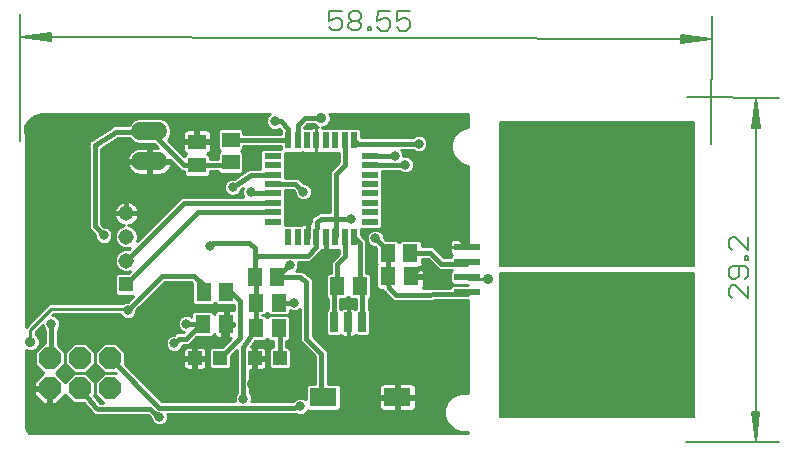
<source format=gtl>
G75*
%MOIN*%
%OFA0B0*%
%FSLAX24Y24*%
%IPPOS*%
%LPD*%
%AMOC8*
5,1,8,0,0,1.08239X$1,22.5*
%
%ADD10C,0.0050*%
%ADD11C,0.0051*%
%ADD12C,0.0060*%
%ADD13R,0.0512X0.0591*%
%ADD14R,0.0512X0.0630*%
%ADD15R,0.0630X0.0512*%
%ADD16R,0.0472X0.0472*%
%ADD17OC8,0.0740*%
%ADD18R,0.0591X0.0512*%
%ADD19R,0.0515X0.0515*%
%ADD20C,0.0515*%
%ADD21R,0.0276X0.0669*%
%ADD22C,0.3543*%
%ADD23R,0.0906X0.0630*%
%ADD24R,0.0870X0.0240*%
%ADD25C,0.0600*%
%ADD26R,0.0200X0.0580*%
%ADD27R,0.0580X0.0200*%
%ADD28C,0.0100*%
%ADD29C,0.0160*%
%ADD30C,0.0317*%
%ADD31C,0.0356*%
%ADD32C,0.0120*%
%ADD33C,0.0277*%
D10*
X019910Y000968D02*
X019910Y005771D01*
X026384Y005771D01*
X026384Y000968D01*
X019910Y000968D01*
X019910Y001002D02*
X026384Y001002D01*
X026384Y001051D02*
X019910Y001051D01*
X019910Y001099D02*
X026384Y001099D01*
X026384Y001148D02*
X019910Y001148D01*
X019910Y001196D02*
X026384Y001196D01*
X026384Y001245D02*
X019910Y001245D01*
X019910Y001293D02*
X026384Y001293D01*
X026384Y001342D02*
X019910Y001342D01*
X019910Y001390D02*
X026384Y001390D01*
X026384Y001439D02*
X019910Y001439D01*
X019910Y001487D02*
X026384Y001487D01*
X026384Y001536D02*
X019910Y001536D01*
X019910Y001584D02*
X026384Y001584D01*
X026384Y001633D02*
X019910Y001633D01*
X019910Y001681D02*
X026384Y001681D01*
X026384Y001730D02*
X019910Y001730D01*
X019910Y001778D02*
X026384Y001778D01*
X026384Y001827D02*
X019910Y001827D01*
X019910Y001875D02*
X026384Y001875D01*
X026384Y001924D02*
X019910Y001924D01*
X019910Y001972D02*
X026384Y001972D01*
X026384Y002021D02*
X019910Y002021D01*
X019910Y002069D02*
X026384Y002069D01*
X026384Y002118D02*
X019910Y002118D01*
X019910Y002166D02*
X026384Y002166D01*
X026384Y002215D02*
X019910Y002215D01*
X019910Y002263D02*
X026384Y002263D01*
X026384Y002312D02*
X019910Y002312D01*
X019910Y002360D02*
X026384Y002360D01*
X026384Y002409D02*
X019910Y002409D01*
X019910Y002457D02*
X026384Y002457D01*
X026384Y002506D02*
X019910Y002506D01*
X019910Y002554D02*
X026384Y002554D01*
X026384Y002603D02*
X019910Y002603D01*
X019910Y002651D02*
X026384Y002651D01*
X026384Y002700D02*
X019910Y002700D01*
X019910Y002748D02*
X026384Y002748D01*
X026384Y002797D02*
X019910Y002797D01*
X019910Y002845D02*
X026384Y002845D01*
X026384Y002894D02*
X019910Y002894D01*
X019910Y002942D02*
X026384Y002942D01*
X026384Y002991D02*
X019910Y002991D01*
X019910Y003039D02*
X026384Y003039D01*
X026384Y003088D02*
X019910Y003088D01*
X019910Y003136D02*
X026384Y003136D01*
X026384Y003185D02*
X019910Y003185D01*
X019910Y003233D02*
X026384Y003233D01*
X026384Y003282D02*
X019910Y003282D01*
X019910Y003330D02*
X026384Y003330D01*
X026384Y003379D02*
X019910Y003379D01*
X019910Y003427D02*
X026384Y003427D01*
X026384Y003476D02*
X019910Y003476D01*
X019910Y003524D02*
X026384Y003524D01*
X026384Y003573D02*
X019910Y003573D01*
X019910Y003621D02*
X026384Y003621D01*
X026384Y003670D02*
X019910Y003670D01*
X019910Y003718D02*
X026384Y003718D01*
X026384Y003767D02*
X019910Y003767D01*
X019910Y003815D02*
X026384Y003815D01*
X026384Y003864D02*
X019910Y003864D01*
X019910Y003912D02*
X026384Y003912D01*
X026384Y003961D02*
X019910Y003961D01*
X019910Y004009D02*
X026384Y004009D01*
X026384Y004058D02*
X019910Y004058D01*
X019910Y004106D02*
X026384Y004106D01*
X026384Y004155D02*
X019910Y004155D01*
X019910Y004203D02*
X026384Y004203D01*
X026384Y004252D02*
X019910Y004252D01*
X019910Y004300D02*
X026384Y004300D01*
X026384Y004349D02*
X019910Y004349D01*
X019910Y004397D02*
X026384Y004397D01*
X026384Y004446D02*
X019910Y004446D01*
X019910Y004494D02*
X026384Y004494D01*
X026384Y004543D02*
X019910Y004543D01*
X019910Y004591D02*
X026384Y004591D01*
X026384Y004640D02*
X019910Y004640D01*
X019910Y004688D02*
X026384Y004688D01*
X026384Y004737D02*
X019910Y004737D01*
X019910Y004785D02*
X026384Y004785D01*
X026384Y004834D02*
X019910Y004834D01*
X019910Y004882D02*
X026384Y004882D01*
X026384Y004931D02*
X019910Y004931D01*
X019910Y004979D02*
X026384Y004979D01*
X026384Y005028D02*
X019910Y005028D01*
X019910Y005076D02*
X026384Y005076D01*
X026384Y005125D02*
X019910Y005125D01*
X019910Y005173D02*
X026384Y005173D01*
X026384Y005222D02*
X019910Y005222D01*
X019910Y005270D02*
X026384Y005270D01*
X026384Y005319D02*
X019910Y005319D01*
X019910Y005367D02*
X026384Y005367D01*
X026384Y005416D02*
X019910Y005416D01*
X019910Y005464D02*
X026384Y005464D01*
X026384Y005513D02*
X019910Y005513D01*
X019910Y005561D02*
X026384Y005561D01*
X026384Y005610D02*
X019910Y005610D01*
X019910Y005658D02*
X026384Y005658D01*
X026384Y005707D02*
X019910Y005707D01*
X019910Y005755D02*
X026384Y005755D01*
X026384Y006008D02*
X019910Y006008D01*
X019910Y010811D01*
X026384Y010811D01*
X026384Y006008D01*
X026384Y006046D02*
X019910Y006046D01*
X019910Y006095D02*
X026384Y006095D01*
X026384Y006143D02*
X019910Y006143D01*
X019910Y006192D02*
X026384Y006192D01*
X026384Y006240D02*
X019910Y006240D01*
X019910Y006289D02*
X026384Y006289D01*
X026384Y006337D02*
X019910Y006337D01*
X019910Y006386D02*
X026384Y006386D01*
X026384Y006434D02*
X019910Y006434D01*
X019910Y006483D02*
X026384Y006483D01*
X026384Y006531D02*
X019910Y006531D01*
X019910Y006580D02*
X026384Y006580D01*
X026384Y006628D02*
X019910Y006628D01*
X019910Y006677D02*
X026384Y006677D01*
X026384Y006725D02*
X019910Y006725D01*
X019910Y006774D02*
X026384Y006774D01*
X026384Y006822D02*
X019910Y006822D01*
X019910Y006871D02*
X026384Y006871D01*
X026384Y006919D02*
X019910Y006919D01*
X019910Y006968D02*
X026384Y006968D01*
X026384Y007016D02*
X019910Y007016D01*
X019910Y007065D02*
X026384Y007065D01*
X026384Y007113D02*
X019910Y007113D01*
X019910Y007162D02*
X026384Y007162D01*
X026384Y007210D02*
X019910Y007210D01*
X019910Y007259D02*
X026384Y007259D01*
X026384Y007307D02*
X019910Y007307D01*
X019910Y007356D02*
X026384Y007356D01*
X026384Y007404D02*
X019910Y007404D01*
X019910Y007453D02*
X026384Y007453D01*
X026384Y007501D02*
X019910Y007501D01*
X019910Y007550D02*
X026384Y007550D01*
X026384Y007598D02*
X019910Y007598D01*
X019910Y007647D02*
X026384Y007647D01*
X026384Y007695D02*
X019910Y007695D01*
X019910Y007744D02*
X026384Y007744D01*
X026384Y007792D02*
X019910Y007792D01*
X019910Y007841D02*
X026384Y007841D01*
X026384Y007889D02*
X019910Y007889D01*
X019910Y007938D02*
X026384Y007938D01*
X026384Y007986D02*
X019910Y007986D01*
X019910Y008035D02*
X026384Y008035D01*
X026384Y008083D02*
X019910Y008083D01*
X019910Y008132D02*
X026384Y008132D01*
X026384Y008180D02*
X019910Y008180D01*
X019910Y008229D02*
X026384Y008229D01*
X026384Y008277D02*
X019910Y008277D01*
X019910Y008326D02*
X026384Y008326D01*
X026384Y008374D02*
X019910Y008374D01*
X019910Y008423D02*
X026384Y008423D01*
X026384Y008471D02*
X019910Y008471D01*
X019910Y008520D02*
X026384Y008520D01*
X026384Y008568D02*
X019910Y008568D01*
X019910Y008617D02*
X026384Y008617D01*
X026384Y008665D02*
X019910Y008665D01*
X019910Y008714D02*
X026384Y008714D01*
X026384Y008762D02*
X019910Y008762D01*
X019910Y008811D02*
X026384Y008811D01*
X026384Y008859D02*
X019910Y008859D01*
X019910Y008908D02*
X026384Y008908D01*
X026384Y008956D02*
X019910Y008956D01*
X019910Y009005D02*
X026384Y009005D01*
X026384Y009053D02*
X019910Y009053D01*
X019910Y009102D02*
X026384Y009102D01*
X026384Y009150D02*
X019910Y009150D01*
X019910Y009199D02*
X026384Y009199D01*
X026384Y009247D02*
X019910Y009247D01*
X019910Y009296D02*
X026384Y009296D01*
X026384Y009344D02*
X019910Y009344D01*
X019910Y009393D02*
X026384Y009393D01*
X026384Y009441D02*
X019910Y009441D01*
X019910Y009490D02*
X026384Y009490D01*
X026384Y009538D02*
X019910Y009538D01*
X019910Y009587D02*
X026384Y009587D01*
X026384Y009635D02*
X019910Y009635D01*
X019910Y009684D02*
X026384Y009684D01*
X026384Y009732D02*
X019910Y009732D01*
X019910Y009781D02*
X026384Y009781D01*
X026384Y009829D02*
X019910Y009829D01*
X019910Y009878D02*
X026384Y009878D01*
X026384Y009926D02*
X019910Y009926D01*
X019910Y009975D02*
X026384Y009975D01*
X026384Y010023D02*
X019910Y010023D01*
X019910Y010072D02*
X026384Y010072D01*
X026384Y010120D02*
X019910Y010120D01*
X019910Y010169D02*
X026384Y010169D01*
X026384Y010217D02*
X019910Y010217D01*
X019910Y010266D02*
X026384Y010266D01*
X026384Y010314D02*
X019910Y010314D01*
X019910Y010363D02*
X026384Y010363D01*
X026384Y010411D02*
X019910Y010411D01*
X019910Y010460D02*
X026384Y010460D01*
X026384Y010508D02*
X019910Y010508D01*
X019910Y010557D02*
X026384Y010557D01*
X026384Y010605D02*
X019910Y010605D01*
X019910Y010654D02*
X026384Y010654D01*
X026384Y010702D02*
X019910Y010702D01*
X019910Y010751D02*
X026384Y010751D01*
X026384Y010799D02*
X019910Y010799D01*
D11*
X025955Y013442D02*
X026954Y013565D01*
X025955Y013466D01*
X025955Y013442D02*
X025956Y013694D01*
X026954Y013565D01*
X025956Y013670D01*
X025956Y013619D02*
X026954Y013565D01*
X025955Y013517D01*
X026954Y013565D02*
X003955Y013639D01*
X004952Y013533D01*
X004952Y013510D02*
X003955Y013639D01*
X004953Y013738D01*
X004953Y013761D02*
X004952Y013510D01*
X004953Y013584D02*
X003955Y013639D01*
X004953Y013687D01*
X004953Y013761D02*
X003955Y013639D01*
X003932Y014407D02*
X003918Y010157D01*
X026122Y000133D02*
X029211Y000126D01*
X028443Y000153D02*
X028548Y001151D01*
X028571Y001151D02*
X028443Y000153D01*
X028343Y001151D01*
X028320Y001151D02*
X028571Y001151D01*
X028497Y001151D02*
X028443Y000153D01*
X028394Y001151D01*
X028320Y001151D02*
X028443Y000153D01*
X028469Y011598D01*
X028569Y010600D01*
X028593Y010599D02*
X028469Y011598D01*
X028364Y010600D01*
X028341Y010600D02*
X028593Y010599D01*
X028518Y010600D02*
X028469Y011598D01*
X028416Y010600D01*
X028341Y010600D02*
X028469Y011598D01*
X029237Y011622D02*
X026148Y011629D01*
X026968Y010083D02*
X026982Y014333D01*
D12*
X016914Y014493D02*
X016487Y014495D01*
X016486Y014174D01*
X016700Y014280D01*
X016806Y014280D01*
X016913Y014173D01*
X016912Y013959D01*
X016805Y013853D01*
X016591Y013854D01*
X016485Y013961D01*
X016267Y013962D02*
X016160Y013855D01*
X015947Y013856D01*
X015840Y013963D01*
X015841Y014177D02*
X016055Y014283D01*
X016162Y014282D01*
X016268Y014175D01*
X016267Y013962D01*
X015841Y014177D02*
X015842Y014497D01*
X016269Y014495D01*
X015625Y013964D02*
X015518Y013964D01*
X015518Y013857D01*
X015624Y013857D01*
X015625Y013964D01*
X015301Y013965D02*
X015193Y013859D01*
X014980Y013859D01*
X014874Y013966D01*
X014874Y014073D01*
X014981Y014180D01*
X015195Y014179D01*
X015301Y014072D01*
X015301Y013965D01*
X015195Y014179D02*
X015302Y014285D01*
X015302Y014392D01*
X015196Y014499D01*
X014982Y014500D01*
X014875Y014393D01*
X014875Y014287D01*
X014981Y014180D01*
X014657Y014181D02*
X014656Y013967D01*
X014549Y013861D01*
X014335Y013862D01*
X014229Y013969D01*
X014230Y014182D02*
X014444Y014288D01*
X014550Y014288D01*
X014657Y014181D01*
X014230Y014182D02*
X014231Y014503D01*
X014658Y014501D01*
X027561Y006862D02*
X027560Y006648D01*
X027667Y006541D01*
X028094Y006325D02*
X028200Y006325D01*
X028200Y006218D01*
X028093Y006218D01*
X028094Y006325D01*
X028201Y006540D02*
X027774Y006968D01*
X027668Y006968D01*
X027561Y006862D01*
X028201Y006967D02*
X028201Y006540D01*
X028093Y006001D02*
X027666Y006001D01*
X027559Y005895D01*
X027559Y005681D01*
X027665Y005574D01*
X027772Y005574D01*
X027879Y005681D01*
X027880Y006001D01*
X028093Y006001D02*
X028200Y005894D01*
X028199Y005680D01*
X028092Y005574D01*
X028199Y005356D02*
X028198Y004929D01*
X027772Y005357D01*
X027665Y005357D01*
X027558Y005250D01*
X027558Y005037D01*
X027664Y004930D01*
D13*
X016929Y006453D03*
X016181Y006453D03*
X015242Y005333D03*
X014494Y005333D03*
X012492Y005633D03*
X011744Y005633D03*
X010792Y005133D03*
X010044Y005133D03*
X011794Y004783D03*
X012542Y004783D03*
X012542Y003933D03*
X011794Y003933D03*
D14*
X010808Y004070D03*
X010020Y004070D03*
X016184Y005665D03*
X016972Y005665D03*
D15*
X009821Y009368D03*
X009821Y010155D03*
D16*
X009755Y002933D03*
X010581Y002933D03*
X011755Y002933D03*
X012581Y002933D03*
D17*
X006918Y002933D03*
X005918Y002933D03*
X004918Y002933D03*
X004918Y001933D03*
X005918Y001933D03*
X006918Y001933D03*
D18*
X010949Y009459D03*
X010949Y010207D03*
D19*
X007468Y005401D03*
D20*
X007468Y006189D03*
X007468Y006976D03*
X007468Y007764D03*
D21*
X014395Y004133D03*
X014868Y004133D03*
X015340Y004133D03*
D22*
X022866Y002937D03*
X022866Y008842D03*
D23*
X016508Y001633D03*
X014028Y001633D03*
D24*
X018832Y005136D03*
X018832Y005636D03*
X018832Y006136D03*
X018832Y006636D03*
X020892Y006636D03*
X020892Y006136D03*
X020892Y005636D03*
X020892Y005136D03*
D25*
X008539Y009499D02*
X007939Y009499D01*
X007939Y010499D02*
X008539Y010499D01*
D26*
X012868Y010203D03*
X013178Y010203D03*
X013498Y010203D03*
X013808Y010203D03*
X014128Y010203D03*
X014438Y010203D03*
X014758Y010203D03*
X015068Y010203D03*
X015068Y006963D03*
X014758Y006963D03*
X014438Y006963D03*
X014128Y006963D03*
X013808Y006963D03*
X013498Y006963D03*
X013178Y006963D03*
X012868Y006963D03*
D27*
X012348Y007483D03*
X012348Y007793D03*
X012348Y008113D03*
X012348Y008423D03*
X012348Y008743D03*
X012348Y009053D03*
X012348Y009373D03*
X012348Y009683D03*
X015588Y009683D03*
X015588Y009373D03*
X015588Y009053D03*
X015588Y008743D03*
X015588Y008423D03*
X015588Y008113D03*
X015588Y007793D03*
X015588Y007483D03*
D28*
X004118Y003213D02*
X004118Y000624D01*
X004149Y000543D01*
X004235Y000433D01*
X018858Y000433D01*
X018858Y000487D01*
X018847Y000483D01*
X018589Y000483D01*
X018350Y000581D01*
X018167Y000764D01*
X018068Y001003D01*
X018068Y001262D01*
X018167Y001501D01*
X018350Y001684D01*
X018589Y001783D01*
X018847Y001783D01*
X018858Y001778D01*
X018858Y004874D01*
X018834Y004874D01*
X016556Y004826D01*
X016554Y004824D01*
X016470Y004824D01*
X016386Y004822D01*
X016384Y004824D01*
X016381Y004824D01*
X016322Y004883D01*
X016261Y004942D01*
X016261Y004944D01*
X016080Y005125D01*
X016023Y005169D01*
X016021Y005185D01*
X016009Y005196D01*
X016009Y005221D01*
X015875Y005221D01*
X015800Y005297D01*
X015800Y006033D01*
X015833Y006067D01*
X015796Y006104D01*
X015796Y006609D01*
X015760Y006645D01*
X015711Y006645D01*
X015605Y006689D01*
X015524Y006770D01*
X015481Y006875D01*
X015481Y006990D01*
X015524Y007095D01*
X015605Y007176D01*
X015711Y007220D01*
X015825Y007220D01*
X015931Y007176D01*
X016011Y007095D01*
X016055Y006990D01*
X016055Y006941D01*
X016119Y006877D01*
X016490Y006877D01*
X016555Y006812D01*
X016619Y006877D01*
X017238Y006877D01*
X017313Y006801D01*
X017313Y006661D01*
X017684Y006661D01*
X018054Y006291D01*
X018268Y006291D01*
X018268Y006309D01*
X018336Y006377D01*
X018305Y006396D01*
X018277Y006424D01*
X018257Y006458D01*
X018247Y006496D01*
X018247Y006626D01*
X018822Y006626D01*
X018822Y006646D01*
X018822Y006906D01*
X018377Y006906D01*
X018339Y006895D01*
X018305Y006876D01*
X018277Y006848D01*
X018257Y006814D01*
X018247Y006775D01*
X018247Y006646D01*
X018822Y006646D01*
X018842Y006646D01*
X018842Y006906D01*
X018858Y006906D01*
X018858Y009349D01*
X018817Y009349D01*
X018578Y009448D01*
X018396Y009631D01*
X018297Y009870D01*
X018297Y010129D01*
X018396Y010368D01*
X018578Y010550D01*
X018817Y010649D01*
X018858Y010649D01*
X018858Y011083D01*
X014238Y011083D01*
X014275Y010994D01*
X014275Y010871D01*
X014228Y010759D01*
X014142Y010672D01*
X014029Y010626D01*
X013977Y010626D01*
X013985Y010621D01*
X014281Y010621D01*
X014283Y010620D01*
X014285Y010621D01*
X014591Y010621D01*
X014598Y010615D01*
X014605Y010621D01*
X014911Y010621D01*
X014913Y010620D01*
X014915Y010621D01*
X015221Y010621D01*
X015297Y010546D01*
X015297Y010291D01*
X017021Y010291D01*
X017055Y010326D01*
X017161Y010370D01*
X017275Y010370D01*
X017381Y010326D01*
X017461Y010245D01*
X017505Y010140D01*
X017505Y010025D01*
X017461Y009920D01*
X017381Y009839D01*
X017275Y009795D01*
X017161Y009795D01*
X017055Y009839D01*
X017021Y009874D01*
X016633Y009874D01*
X016661Y009845D01*
X016705Y009740D01*
X016705Y009667D01*
X016711Y009670D01*
X016825Y009670D01*
X016931Y009626D01*
X017011Y009545D01*
X017055Y009440D01*
X017055Y009325D01*
X017011Y009220D01*
X016931Y009139D01*
X016825Y009095D01*
X016711Y009095D01*
X016605Y009139D01*
X016571Y009174D01*
X016007Y009174D01*
X016007Y008899D01*
X016005Y008898D01*
X016007Y008896D01*
X016007Y008589D01*
X016000Y008583D01*
X016007Y008576D01*
X016007Y008269D01*
X016005Y008268D01*
X016007Y008266D01*
X016007Y007959D01*
X016000Y007953D01*
X016007Y007946D01*
X016007Y007639D01*
X016005Y007638D01*
X016007Y007636D01*
X016007Y007329D01*
X015931Y007254D01*
X015297Y007254D01*
X015297Y007029D01*
X015451Y006875D01*
X015451Y005757D01*
X015551Y005757D01*
X015627Y005681D01*
X015627Y004984D01*
X015551Y004909D01*
X015549Y004909D01*
X015549Y004578D01*
X015607Y004520D01*
X015607Y003745D01*
X015531Y003669D01*
X015149Y003669D01*
X015119Y003699D01*
X015098Y003678D01*
X015064Y003658D01*
X015025Y003648D01*
X014887Y003648D01*
X014887Y004114D01*
X014849Y004114D01*
X014849Y003648D01*
X014710Y003648D01*
X014672Y003658D01*
X014638Y003678D01*
X014617Y003699D01*
X014587Y003669D01*
X014204Y003669D01*
X014129Y003745D01*
X014129Y004520D01*
X014187Y004578D01*
X014187Y004909D01*
X014185Y004909D01*
X014109Y004984D01*
X014109Y005681D01*
X014185Y005757D01*
X014285Y005757D01*
X014285Y006145D01*
X014559Y006419D01*
X014559Y006544D01*
X014305Y006544D01*
X014286Y006533D01*
X014248Y006523D01*
X014128Y006523D01*
X014128Y006963D01*
X014128Y006963D01*
X014128Y006523D01*
X014008Y006523D01*
X014004Y006524D01*
X013604Y006124D01*
X013191Y006124D01*
X013205Y006090D01*
X013205Y005975D01*
X013161Y005870D01*
X013133Y005841D01*
X013253Y005841D01*
X013324Y005851D01*
X013337Y005841D01*
X013354Y005841D01*
X013405Y005791D01*
X013537Y005691D01*
X013554Y005691D01*
X013605Y005641D01*
X013662Y005598D01*
X013665Y005581D01*
X013677Y005569D01*
X013677Y005497D01*
X013687Y005426D01*
X013677Y005413D01*
X013677Y003669D01*
X014177Y003169D01*
X014177Y002076D01*
X014534Y002076D01*
X014609Y002001D01*
X014609Y001264D01*
X014534Y001189D01*
X013522Y001189D01*
X013520Y001191D01*
X013511Y001170D01*
X013431Y001089D01*
X013325Y001045D01*
X013211Y001045D01*
X013115Y001085D01*
X013104Y001074D01*
X013039Y001074D01*
X012974Y001061D01*
X012955Y001074D01*
X008841Y001074D01*
X008855Y001040D01*
X008855Y000925D01*
X008811Y000820D01*
X008731Y000739D01*
X008625Y000695D01*
X008511Y000695D01*
X008405Y000739D01*
X008324Y000820D01*
X008281Y000925D01*
X008281Y000950D01*
X008192Y001024D01*
X006431Y001024D01*
X006374Y001081D01*
X006364Y001082D01*
X006314Y001141D01*
X006259Y001196D01*
X006259Y001206D01*
X006066Y001434D01*
X005711Y001434D01*
X005433Y001712D01*
X005133Y001413D01*
X004968Y001413D01*
X004968Y001883D01*
X004868Y001883D01*
X004398Y001883D01*
X004398Y001717D01*
X004703Y001413D01*
X004868Y001413D01*
X004868Y001883D01*
X004868Y001983D01*
X004398Y001983D01*
X004398Y002148D01*
X004698Y002448D01*
X004419Y002726D01*
X004419Y003139D01*
X004711Y003431D01*
X004759Y003431D01*
X004759Y003885D01*
X004724Y003920D01*
X004681Y004025D01*
X004663Y004025D01*
X004681Y004025D02*
X004681Y004043D01*
X004447Y003808D01*
X004447Y003738D01*
X004528Y003656D01*
X004575Y003544D01*
X004575Y003421D01*
X004528Y003309D01*
X004442Y003222D01*
X004329Y003176D01*
X004207Y003176D01*
X004118Y003213D01*
X004118Y003138D02*
X004419Y003138D01*
X004419Y003040D02*
X004118Y003040D01*
X004118Y002941D02*
X004419Y002941D01*
X004419Y002843D02*
X004118Y002843D01*
X004118Y002744D02*
X004419Y002744D01*
X004500Y002646D02*
X004118Y002646D01*
X004118Y002547D02*
X004598Y002547D01*
X004697Y002449D02*
X004118Y002449D01*
X004118Y002350D02*
X004600Y002350D01*
X004502Y002252D02*
X004118Y002252D01*
X004118Y002153D02*
X004403Y002153D01*
X004398Y002055D02*
X004118Y002055D01*
X004118Y001956D02*
X004868Y001956D01*
X004868Y001858D02*
X004968Y001858D01*
X004968Y001759D02*
X004868Y001759D01*
X004868Y001661D02*
X004968Y001661D01*
X004968Y001562D02*
X004868Y001562D01*
X004868Y001464D02*
X004968Y001464D01*
X005184Y001464D02*
X005682Y001464D01*
X005583Y001562D02*
X005283Y001562D01*
X005381Y001661D02*
X005485Y001661D01*
X006125Y001365D02*
X004118Y001365D01*
X004118Y001267D02*
X006208Y001267D01*
X006287Y001168D02*
X004118Y001168D01*
X004118Y001070D02*
X006386Y001070D01*
X006607Y001441D02*
X006389Y001699D01*
X006417Y001726D01*
X006417Y002139D01*
X006124Y002431D01*
X005711Y002431D01*
X005433Y002153D01*
X005433Y002153D01*
X005138Y002448D01*
X005417Y002726D01*
X005417Y003139D01*
X005177Y003379D01*
X005177Y003885D01*
X005211Y003920D01*
X005255Y004025D01*
X005255Y004140D01*
X005211Y004245D01*
X005131Y004326D01*
X005025Y004370D01*
X005008Y004370D01*
X005042Y004404D01*
X007260Y004404D01*
X007274Y004370D01*
X007355Y004289D01*
X007461Y004245D01*
X007575Y004245D01*
X007681Y004289D01*
X007761Y004370D01*
X007805Y004475D01*
X007805Y004524D01*
X008754Y005474D01*
X009631Y005474D01*
X009659Y005446D01*
X009659Y004784D01*
X009735Y004709D01*
X010353Y004709D01*
X010418Y004773D01*
X010483Y004709D01*
X011059Y004709D01*
X011059Y004535D01*
X010858Y004535D01*
X010858Y004120D01*
X011059Y004120D01*
X011059Y004020D01*
X010858Y004020D01*
X010858Y004120D01*
X010758Y004120D01*
X010758Y004535D01*
X010532Y004535D01*
X010494Y004525D01*
X010460Y004505D01*
X010432Y004477D01*
X010412Y004443D01*
X010405Y004416D01*
X010405Y004438D01*
X010330Y004514D01*
X009711Y004514D01*
X009636Y004438D01*
X009636Y004321D01*
X009631Y004326D01*
X009525Y004370D01*
X009411Y004370D01*
X009305Y004326D01*
X009224Y004245D01*
X009181Y004140D01*
X009181Y004025D01*
X005255Y004025D01*
X005255Y004123D02*
X009181Y004123D01*
X009181Y004025D02*
X009224Y003920D01*
X009305Y003839D01*
X009393Y003803D01*
X009381Y003791D01*
X009131Y003791D01*
X009060Y003720D01*
X009011Y003720D01*
X008905Y003676D01*
X008824Y003595D01*
X008781Y003490D01*
X008781Y003375D01*
X008824Y003270D01*
X008905Y003189D01*
X009011Y003145D01*
X009125Y003145D01*
X009231Y003189D01*
X009311Y003270D01*
X009354Y003374D01*
X009554Y003374D01*
X009807Y003626D01*
X010330Y003626D01*
X010405Y003702D01*
X010405Y003723D01*
X010412Y003697D01*
X010432Y003663D01*
X010460Y003635D01*
X010494Y003615D01*
X010532Y003605D01*
X010758Y003605D01*
X010758Y004020D01*
X010858Y004020D01*
X010858Y003605D01*
X010959Y003605D01*
X010651Y003297D01*
X010292Y003297D01*
X010216Y003222D01*
X010216Y002643D01*
X010292Y002568D01*
X010871Y002568D01*
X010946Y002643D01*
X010946Y003002D01*
X011159Y003215D01*
X011159Y001780D01*
X011124Y001745D01*
X011081Y001640D01*
X011081Y001525D01*
X011095Y001491D01*
X008654Y001491D01*
X007417Y002729D01*
X007417Y003139D01*
X007124Y003431D01*
X006711Y003431D01*
X006419Y003139D01*
X006419Y002726D01*
X006711Y002434D01*
X007121Y002434D01*
X007124Y002431D01*
X006711Y002431D01*
X006419Y002139D01*
X006419Y001726D01*
X006704Y001441D01*
X006607Y001441D01*
X006588Y001464D02*
X006682Y001464D01*
X006583Y001562D02*
X006505Y001562D01*
X006485Y001661D02*
X006421Y001661D01*
X006417Y001759D02*
X006419Y001759D01*
X006417Y001858D02*
X006419Y001858D01*
X006417Y001956D02*
X006419Y001956D01*
X006417Y002055D02*
X006419Y002055D01*
X006433Y002153D02*
X006403Y002153D01*
X006304Y002252D02*
X006532Y002252D01*
X006630Y002350D02*
X006206Y002350D01*
X006124Y002434D02*
X006417Y002726D01*
X006417Y003139D01*
X006124Y003431D01*
X005711Y003431D01*
X005419Y003139D01*
X005419Y002726D01*
X005711Y002434D01*
X006124Y002434D01*
X006139Y002449D02*
X006697Y002449D01*
X006598Y002547D02*
X006238Y002547D01*
X006336Y002646D02*
X006500Y002646D01*
X006419Y002744D02*
X006417Y002744D01*
X006417Y002843D02*
X006419Y002843D01*
X006417Y002941D02*
X006419Y002941D01*
X006417Y003040D02*
X006419Y003040D01*
X006417Y003138D02*
X006419Y003138D01*
X006517Y003237D02*
X006319Y003237D01*
X006221Y003335D02*
X006615Y003335D01*
X007221Y003335D02*
X008797Y003335D01*
X008781Y003434D02*
X005177Y003434D01*
X005177Y003532D02*
X008798Y003532D01*
X008860Y003631D02*
X005177Y003631D01*
X005177Y003729D02*
X009069Y003729D01*
X009222Y003926D02*
X005214Y003926D01*
X005177Y003828D02*
X009333Y003828D01*
X009215Y004222D02*
X005221Y004222D01*
X005136Y004320D02*
X007324Y004320D01*
X007518Y004533D02*
X007468Y004583D01*
X004968Y004583D01*
X004268Y003883D01*
X004268Y003483D01*
X004539Y003631D02*
X004759Y003631D01*
X004759Y003729D02*
X004455Y003729D01*
X004466Y003828D02*
X004759Y003828D01*
X004722Y003926D02*
X004564Y003926D01*
X004256Y004123D02*
X004118Y004123D01*
X004118Y004025D02*
X004157Y004025D01*
X004118Y003985D02*
X004118Y010337D01*
X004130Y010360D01*
X004118Y010397D01*
X004118Y010436D01*
X004104Y010450D01*
X004081Y010549D01*
X004082Y010670D01*
X004126Y010741D01*
X004210Y010840D01*
X004309Y010924D01*
X004420Y010992D01*
X004540Y011042D01*
X004666Y011072D01*
X004796Y011083D01*
X012271Y011083D01*
X012255Y011076D01*
X012174Y010995D01*
X012131Y010890D01*
X012131Y010775D01*
X012174Y010670D01*
X012255Y010589D01*
X012361Y010545D01*
X012475Y010545D01*
X012570Y010585D01*
X012639Y010516D01*
X012639Y010411D01*
X011373Y010411D01*
X011373Y010516D01*
X011298Y010591D01*
X010600Y010591D01*
X010525Y010516D01*
X010525Y009897D01*
X010590Y009833D01*
X010525Y009768D01*
X010525Y009576D01*
X010264Y009576D01*
X010264Y009677D01*
X010189Y009752D01*
X010167Y009752D01*
X010194Y009759D01*
X010228Y009779D01*
X010256Y009807D01*
X010275Y009841D01*
X010286Y009879D01*
X010286Y010105D01*
X009871Y010105D01*
X009871Y010205D01*
X010286Y010205D01*
X010286Y010431D01*
X010275Y010469D01*
X010256Y010503D01*
X010228Y010531D01*
X010194Y010551D01*
X010155Y010561D01*
X009871Y010561D01*
X009871Y010205D01*
X009771Y010205D01*
X009771Y010561D01*
X009486Y010561D01*
X009448Y010551D01*
X009414Y010531D01*
X009386Y010503D01*
X009366Y010469D01*
X009356Y010431D01*
X009356Y010205D01*
X009771Y010205D01*
X009771Y010105D01*
X009356Y010105D01*
X009356Y009879D01*
X009366Y009841D01*
X009386Y009807D01*
X009414Y009779D01*
X009448Y009759D01*
X009474Y009752D01*
X009452Y009752D01*
X009377Y009677D01*
X009377Y009674D01*
X008849Y010202D01*
X008903Y010256D01*
X008968Y010413D01*
X008968Y010584D01*
X008903Y010742D01*
X008782Y010862D01*
X008624Y010927D01*
X007854Y010927D01*
X007696Y010862D01*
X007576Y010742D01*
X007555Y010691D01*
X007140Y010691D01*
X007078Y010705D01*
X007057Y010691D01*
X007031Y010691D01*
X006986Y010646D01*
X006357Y010241D01*
X006331Y010241D01*
X006286Y010196D01*
X006232Y010161D01*
X006227Y010137D01*
X006209Y010119D01*
X006209Y010055D01*
X006196Y009992D01*
X006209Y009971D01*
X006209Y007246D01*
X006431Y007024D01*
X006431Y006975D01*
X006474Y006870D01*
X006555Y006789D01*
X006661Y006745D01*
X006775Y006745D01*
X006881Y006789D01*
X006961Y006870D01*
X007005Y006975D01*
X007005Y007090D01*
X006961Y007195D01*
X006881Y007276D01*
X006775Y007320D01*
X006726Y007320D01*
X006627Y007419D01*
X006627Y009919D01*
X007179Y010274D01*
X007568Y010274D01*
X007576Y010256D01*
X007696Y010135D01*
X007854Y010070D01*
X008390Y010070D01*
X008512Y009949D01*
X008289Y009949D01*
X008289Y009549D01*
X008189Y009549D01*
X008189Y009949D01*
X007904Y009949D01*
X007834Y009938D01*
X007766Y009916D01*
X007703Y009884D01*
X007646Y009842D01*
X007596Y009792D01*
X007554Y009735D01*
X007522Y009671D01*
X007500Y009604D01*
X007491Y009549D01*
X008189Y009549D01*
X008189Y009449D01*
X007491Y009449D01*
X007500Y009393D01*
X007522Y009326D01*
X007554Y009263D01*
X007596Y009206D01*
X007646Y009155D01*
X007703Y009114D01*
X007766Y009082D01*
X007834Y009060D01*
X007904Y009049D01*
X008189Y009049D01*
X008189Y009449D01*
X008289Y009449D01*
X008289Y009549D01*
X008912Y009549D01*
X009179Y009281D01*
X009302Y009159D01*
X009377Y009159D01*
X009377Y009058D01*
X009452Y008983D01*
X010189Y008983D01*
X010264Y009058D01*
X010264Y009159D01*
X010525Y009159D01*
X010525Y009149D01*
X010600Y009074D01*
X011298Y009074D01*
X011373Y009149D01*
X011373Y009768D01*
X011308Y009833D01*
X011373Y009897D01*
X011373Y009994D01*
X012639Y009994D01*
X012639Y009911D01*
X012005Y009911D01*
X011929Y009836D01*
X011929Y009529D01*
X011931Y009528D01*
X011929Y009526D01*
X011929Y009241D01*
X011639Y009241D01*
X011574Y009254D01*
X011555Y009241D01*
X011531Y009241D01*
X011485Y009195D01*
X011072Y008920D01*
X010961Y008920D01*
X010855Y008876D01*
X010774Y008795D01*
X010731Y008690D01*
X010731Y008575D01*
X010774Y008470D01*
X010855Y008389D01*
X010961Y008345D01*
X011075Y008345D01*
X011181Y008389D01*
X011261Y008470D01*
X011304Y008572D01*
X011360Y008609D01*
X011331Y008540D01*
X011331Y008425D01*
X011374Y008321D01*
X009305Y008321D01*
X009183Y008199D01*
X007834Y006850D01*
X007854Y006899D01*
X007854Y007053D01*
X007795Y007195D01*
X007687Y007304D01*
X007545Y007362D01*
X007540Y007362D01*
X007563Y007366D01*
X007624Y007386D01*
X007681Y007415D01*
X007733Y007453D01*
X007779Y007498D01*
X007816Y007550D01*
X007846Y007607D01*
X007865Y007668D01*
X007875Y007732D01*
X007875Y007735D01*
X007497Y007735D01*
X007497Y007792D01*
X007875Y007792D01*
X007875Y007796D01*
X007865Y007859D01*
X007846Y007920D01*
X007816Y007977D01*
X007779Y008029D01*
X007733Y008074D01*
X007681Y008112D01*
X007624Y008141D01*
X007563Y008161D01*
X007500Y008171D01*
X007497Y008171D01*
X007497Y007792D01*
X007439Y007792D01*
X007439Y007735D01*
X007060Y007735D01*
X007060Y007732D01*
X007070Y007668D01*
X007090Y007607D01*
X007119Y007550D01*
X007157Y007498D01*
X007202Y007453D01*
X007254Y007415D01*
X007311Y007386D01*
X007372Y007366D01*
X007396Y007362D01*
X007391Y007362D01*
X007249Y007304D01*
X007140Y007195D01*
X007082Y007053D01*
X007082Y006899D01*
X007140Y006757D01*
X007249Y006649D01*
X007391Y006590D01*
X007545Y006590D01*
X007595Y006611D01*
X007555Y006571D01*
X007545Y006575D01*
X007391Y006575D01*
X007249Y006516D01*
X007140Y006408D01*
X007082Y006266D01*
X007082Y006112D01*
X007140Y005970D01*
X007249Y005861D01*
X007391Y005803D01*
X007545Y005803D01*
X007595Y005823D01*
X007559Y005788D01*
X007157Y005788D01*
X007082Y005712D01*
X007082Y005091D01*
X007157Y005015D01*
X007705Y005015D01*
X007510Y004820D01*
X007461Y004820D01*
X007355Y004776D01*
X007341Y004761D01*
X004894Y004761D01*
X004789Y004657D01*
X004118Y003985D01*
X004118Y004222D02*
X004354Y004222D01*
X004453Y004320D02*
X004118Y004320D01*
X004118Y004419D02*
X004551Y004419D01*
X004650Y004517D02*
X004118Y004517D01*
X004118Y004616D02*
X004748Y004616D01*
X004847Y004714D02*
X004118Y004714D01*
X004118Y004813D02*
X007444Y004813D01*
X007601Y004911D02*
X004118Y004911D01*
X004118Y005010D02*
X007700Y005010D01*
X008192Y004911D02*
X009659Y004911D01*
X009659Y004813D02*
X008093Y004813D01*
X007995Y004714D02*
X009729Y004714D01*
X009659Y005010D02*
X008290Y005010D01*
X008389Y005108D02*
X009659Y005108D01*
X009659Y005207D02*
X008487Y005207D01*
X008586Y005305D02*
X009659Y005305D01*
X009659Y005404D02*
X008684Y005404D01*
X007569Y005798D02*
X004118Y005798D01*
X004118Y005896D02*
X007214Y005896D01*
X007130Y005995D02*
X004118Y005995D01*
X004118Y006093D02*
X007090Y006093D01*
X007082Y006192D02*
X004118Y006192D01*
X004118Y006290D02*
X007092Y006290D01*
X007133Y006389D02*
X004118Y006389D01*
X004118Y006487D02*
X007220Y006487D01*
X007214Y006684D02*
X004118Y006684D01*
X004118Y006586D02*
X007569Y006586D01*
X007847Y006881D02*
X007865Y006881D01*
X007854Y006980D02*
X007963Y006980D01*
X008062Y007078D02*
X007844Y007078D01*
X007803Y007177D02*
X008160Y007177D01*
X008259Y007275D02*
X007715Y007275D01*
X007586Y007374D02*
X008357Y007374D01*
X008456Y007472D02*
X007753Y007472D01*
X007827Y007571D02*
X008554Y007571D01*
X008653Y007669D02*
X007865Y007669D01*
X007863Y007866D02*
X008850Y007866D01*
X008751Y007768D02*
X007497Y007768D01*
X007439Y007768D02*
X006627Y007768D01*
X006627Y007866D02*
X007073Y007866D01*
X007070Y007859D02*
X007060Y007796D01*
X007060Y007792D01*
X007439Y007792D01*
X007439Y008171D01*
X007436Y008171D01*
X007372Y008161D01*
X007311Y008141D01*
X007254Y008112D01*
X007202Y008074D01*
X007157Y008029D01*
X007119Y007977D01*
X007090Y007920D01*
X007070Y007859D01*
X007113Y007965D02*
X006627Y007965D01*
X006627Y008063D02*
X007191Y008063D01*
X007376Y008162D02*
X006627Y008162D01*
X006627Y008260D02*
X009244Y008260D01*
X009145Y008162D02*
X007560Y008162D01*
X007497Y008162D02*
X007439Y008162D01*
X007439Y008063D02*
X007497Y008063D01*
X007497Y007965D02*
X007439Y007965D01*
X007439Y007866D02*
X007497Y007866D01*
X007745Y008063D02*
X009047Y008063D01*
X008948Y007965D02*
X007823Y007965D01*
X007070Y007669D02*
X006627Y007669D01*
X006627Y007571D02*
X007109Y007571D01*
X007183Y007472D02*
X006627Y007472D01*
X006672Y007374D02*
X007350Y007374D01*
X007221Y007275D02*
X006881Y007275D01*
X006969Y007177D02*
X007133Y007177D01*
X007092Y007078D02*
X007005Y007078D01*
X007005Y006980D02*
X007082Y006980D01*
X007089Y006881D02*
X006966Y006881D01*
X006865Y006783D02*
X007130Y006783D01*
X006571Y006783D02*
X004118Y006783D01*
X004118Y006881D02*
X006470Y006881D01*
X006431Y006980D02*
X004118Y006980D01*
X004118Y007078D02*
X006377Y007078D01*
X006279Y007177D02*
X004118Y007177D01*
X004118Y007275D02*
X006209Y007275D01*
X006209Y007374D02*
X004118Y007374D01*
X004118Y007472D02*
X006209Y007472D01*
X006209Y007571D02*
X004118Y007571D01*
X004118Y007669D02*
X006209Y007669D01*
X006209Y007768D02*
X004118Y007768D01*
X004118Y007866D02*
X006209Y007866D01*
X006209Y007965D02*
X004118Y007965D01*
X004118Y008063D02*
X006209Y008063D01*
X006209Y008162D02*
X004118Y008162D01*
X004118Y008260D02*
X006209Y008260D01*
X006209Y008359D02*
X004118Y008359D01*
X004118Y008457D02*
X006209Y008457D01*
X006209Y008556D02*
X004118Y008556D01*
X004118Y008654D02*
X006209Y008654D01*
X006209Y008753D02*
X004118Y008753D01*
X004118Y008851D02*
X006209Y008851D01*
X006209Y008950D02*
X004118Y008950D01*
X004118Y009048D02*
X006209Y009048D01*
X006209Y009147D02*
X004118Y009147D01*
X004118Y009245D02*
X006209Y009245D01*
X006209Y009344D02*
X004118Y009344D01*
X004118Y009442D02*
X006209Y009442D01*
X006209Y009541D02*
X004118Y009541D01*
X004118Y009639D02*
X006209Y009639D01*
X006209Y009738D02*
X004118Y009738D01*
X004118Y009836D02*
X006209Y009836D01*
X006209Y009935D02*
X004118Y009935D01*
X004118Y010033D02*
X006204Y010033D01*
X006222Y010132D02*
X004118Y010132D01*
X004118Y010230D02*
X006320Y010230D01*
X006492Y010329D02*
X004118Y010329D01*
X004118Y010427D02*
X006646Y010427D01*
X006799Y010526D02*
X004087Y010526D01*
X004082Y010624D02*
X006952Y010624D01*
X007111Y010230D02*
X007601Y010230D01*
X007705Y010132D02*
X006958Y010132D01*
X006805Y010033D02*
X008427Y010033D01*
X008289Y009935D02*
X008189Y009935D01*
X008189Y009836D02*
X008289Y009836D01*
X008289Y009738D02*
X008189Y009738D01*
X008189Y009639D02*
X008289Y009639D01*
X008289Y009541D02*
X008920Y009541D01*
X008987Y009449D02*
X008289Y009449D01*
X008289Y009049D01*
X008575Y009049D01*
X008645Y009060D01*
X008712Y009082D01*
X008775Y009114D01*
X008832Y009155D01*
X008882Y009206D01*
X008924Y009263D01*
X008956Y009326D01*
X008978Y009393D01*
X008987Y009449D01*
X008986Y009442D02*
X009018Y009442D01*
X008962Y009344D02*
X009117Y009344D01*
X009215Y009245D02*
X008911Y009245D01*
X008820Y009147D02*
X009377Y009147D01*
X009387Y009048D02*
X006627Y009048D01*
X006627Y008950D02*
X011117Y008950D01*
X011265Y009048D02*
X010254Y009048D01*
X010264Y009147D02*
X010528Y009147D01*
X010830Y008851D02*
X006627Y008851D01*
X006627Y008753D02*
X010757Y008753D01*
X010731Y008654D02*
X006627Y008654D01*
X006627Y008556D02*
X010739Y008556D01*
X010787Y008457D02*
X006627Y008457D01*
X006627Y008359D02*
X010929Y008359D01*
X011107Y008359D02*
X011358Y008359D01*
X011331Y008457D02*
X011249Y008457D01*
X011297Y008556D02*
X011337Y008556D01*
X011370Y009147D02*
X011413Y009147D01*
X011373Y009245D02*
X011560Y009245D01*
X011619Y009245D02*
X011929Y009245D01*
X011929Y009344D02*
X011373Y009344D01*
X011373Y009442D02*
X011929Y009442D01*
X011929Y009541D02*
X011373Y009541D01*
X011373Y009639D02*
X011929Y009639D01*
X011929Y009738D02*
X011373Y009738D01*
X011312Y009836D02*
X011929Y009836D01*
X011373Y009935D02*
X012639Y009935D01*
X012767Y009784D02*
X013021Y009784D01*
X013023Y009785D01*
X013025Y009784D01*
X013331Y009784D01*
X013338Y009790D01*
X013345Y009784D01*
X013631Y009784D01*
X013650Y009773D01*
X013688Y009763D01*
X013808Y009763D01*
X013928Y009763D01*
X013966Y009773D01*
X013985Y009784D01*
X014281Y009784D01*
X014283Y009785D01*
X014285Y009784D01*
X014549Y009784D01*
X014549Y009459D01*
X014381Y009291D01*
X014259Y009169D01*
X014259Y007791D01*
X013989Y007791D01*
X013924Y007804D01*
X013905Y007791D01*
X013881Y007791D01*
X013835Y007745D01*
X013757Y007692D01*
X013735Y007693D01*
X013687Y007646D01*
X013630Y007608D01*
X013626Y007588D01*
X013611Y007573D01*
X013610Y007505D01*
X013596Y007439D01*
X013608Y007421D01*
X013608Y007403D01*
X013498Y007403D01*
X013498Y006963D01*
X013498Y006963D01*
X013498Y007403D01*
X013378Y007403D01*
X013340Y007392D01*
X013321Y007381D01*
X013025Y007381D01*
X013023Y007380D01*
X013021Y007381D01*
X012767Y007381D01*
X012767Y007636D01*
X012765Y007638D01*
X012767Y007639D01*
X012767Y007946D01*
X012760Y007953D01*
X012767Y007959D01*
X012767Y008266D01*
X012765Y008268D01*
X012767Y008269D01*
X012767Y008534D01*
X013021Y008534D01*
X013081Y008474D01*
X013081Y008425D01*
X013124Y008320D01*
X013205Y008239D01*
X013311Y008195D01*
X013425Y008195D01*
X013531Y008239D01*
X013611Y008320D01*
X013655Y008425D01*
X013655Y008540D01*
X013611Y008645D01*
X013531Y008726D01*
X013425Y008770D01*
X013376Y008770D01*
X013317Y008829D01*
X013194Y008951D01*
X012767Y008951D01*
X012767Y009206D01*
X012760Y009213D01*
X012767Y009219D01*
X012767Y009526D01*
X012765Y009528D01*
X012767Y009529D01*
X012767Y009784D01*
X012767Y009738D02*
X014549Y009738D01*
X014549Y009639D02*
X012767Y009639D01*
X012767Y009541D02*
X014549Y009541D01*
X014532Y009442D02*
X012767Y009442D01*
X012767Y009344D02*
X014434Y009344D01*
X014335Y009245D02*
X012767Y009245D01*
X012767Y009147D02*
X014259Y009147D01*
X014259Y009048D02*
X012767Y009048D01*
X013196Y008950D02*
X014259Y008950D01*
X014259Y008851D02*
X013295Y008851D01*
X013466Y008753D02*
X014259Y008753D01*
X014259Y008654D02*
X013602Y008654D01*
X013648Y008556D02*
X014259Y008556D01*
X014259Y008457D02*
X013655Y008457D01*
X013627Y008359D02*
X014259Y008359D01*
X014259Y008260D02*
X013552Y008260D01*
X013184Y008260D02*
X012767Y008260D01*
X012767Y008162D02*
X014259Y008162D01*
X014259Y008063D02*
X012767Y008063D01*
X012767Y007965D02*
X014259Y007965D01*
X014259Y007866D02*
X012767Y007866D01*
X012767Y007768D02*
X013858Y007768D01*
X013711Y007669D02*
X012767Y007669D01*
X012767Y007571D02*
X013611Y007571D01*
X013603Y007472D02*
X012767Y007472D01*
X013498Y007374D02*
X013498Y007374D01*
X013498Y007275D02*
X013498Y007275D01*
X013498Y007177D02*
X013498Y007177D01*
X013498Y007078D02*
X013498Y007078D01*
X013498Y006980D02*
X013498Y006980D01*
X014128Y006881D02*
X014128Y006881D01*
X014128Y006783D02*
X014128Y006783D01*
X014128Y006684D02*
X014128Y006684D01*
X014128Y006586D02*
X014128Y006586D01*
X013968Y006487D02*
X014559Y006487D01*
X014529Y006389D02*
X013869Y006389D01*
X013771Y006290D02*
X014430Y006290D01*
X014332Y006192D02*
X013672Y006192D01*
X013204Y006093D02*
X014285Y006093D01*
X014285Y005995D02*
X013205Y005995D01*
X013172Y005896D02*
X014285Y005896D01*
X014285Y005798D02*
X013398Y005798D01*
X013527Y005699D02*
X014127Y005699D01*
X014109Y005601D02*
X013658Y005601D01*
X013677Y005502D02*
X014109Y005502D01*
X014109Y005404D02*
X013677Y005404D01*
X013677Y005305D02*
X014109Y005305D01*
X014109Y005207D02*
X013677Y005207D01*
X013677Y005108D02*
X014109Y005108D01*
X014109Y005010D02*
X013677Y005010D01*
X013677Y004911D02*
X014182Y004911D01*
X014187Y004813D02*
X013677Y004813D01*
X013677Y004714D02*
X014187Y004714D01*
X014187Y004616D02*
X013677Y004616D01*
X013677Y004517D02*
X014129Y004517D01*
X014129Y004419D02*
X013677Y004419D01*
X013677Y004320D02*
X014129Y004320D01*
X014129Y004222D02*
X013677Y004222D01*
X013677Y004123D02*
X014129Y004123D01*
X014129Y004025D02*
X013677Y004025D01*
X013677Y003926D02*
X014129Y003926D01*
X014129Y003828D02*
X013677Y003828D01*
X013677Y003729D02*
X014144Y003729D01*
X013814Y003532D02*
X018858Y003532D01*
X018858Y003434D02*
X013912Y003434D01*
X014011Y003335D02*
X018858Y003335D01*
X018858Y003237D02*
X014109Y003237D01*
X014177Y003138D02*
X018858Y003138D01*
X018858Y003040D02*
X014177Y003040D01*
X014177Y002941D02*
X018858Y002941D01*
X018858Y002843D02*
X014177Y002843D01*
X014177Y002744D02*
X018858Y002744D01*
X018858Y002646D02*
X014177Y002646D01*
X014177Y002547D02*
X018858Y002547D01*
X018858Y002449D02*
X014177Y002449D01*
X014177Y002350D02*
X018858Y002350D01*
X018858Y002252D02*
X014177Y002252D01*
X014177Y002153D02*
X018858Y002153D01*
X018858Y002055D02*
X017066Y002055D01*
X017053Y002068D02*
X017019Y002087D01*
X016981Y002097D01*
X016558Y002097D01*
X016558Y001683D01*
X016458Y001683D01*
X016458Y002097D01*
X016036Y002097D01*
X015997Y002087D01*
X015963Y002068D01*
X015935Y002040D01*
X015916Y002005D01*
X015905Y001967D01*
X015905Y001683D01*
X016458Y001683D01*
X016458Y001583D01*
X015905Y001583D01*
X015905Y001298D01*
X015916Y001260D01*
X015935Y001225D01*
X015963Y001198D01*
X015997Y001178D01*
X016036Y001168D01*
X016458Y001168D01*
X016558Y001168D01*
X016981Y001168D01*
X017019Y001178D01*
X017053Y001198D01*
X017081Y001225D01*
X017101Y001260D01*
X017111Y001298D01*
X017111Y001583D01*
X016558Y001583D01*
X016558Y001683D01*
X017111Y001683D01*
X017111Y001967D01*
X017101Y002005D01*
X017081Y002040D01*
X017053Y002068D01*
X017111Y001956D02*
X018858Y001956D01*
X018858Y001858D02*
X017111Y001858D01*
X017111Y001759D02*
X018532Y001759D01*
X018327Y001661D02*
X016558Y001661D01*
X016558Y001583D02*
X016558Y001168D01*
X016558Y001267D02*
X016458Y001267D01*
X016458Y001365D02*
X016558Y001365D01*
X016558Y001464D02*
X016458Y001464D01*
X016458Y001562D02*
X016558Y001562D01*
X016558Y001583D02*
X016458Y001583D01*
X016458Y001168D01*
X016982Y001168D02*
X018068Y001168D01*
X018068Y001070D02*
X013383Y001070D01*
X013510Y001168D02*
X016034Y001168D01*
X015914Y001267D02*
X014609Y001267D01*
X014609Y001365D02*
X015905Y001365D01*
X015905Y001464D02*
X014609Y001464D01*
X014609Y001562D02*
X015905Y001562D01*
X015905Y001759D02*
X014609Y001759D01*
X014609Y001661D02*
X016458Y001661D01*
X016458Y001759D02*
X016558Y001759D01*
X016558Y001858D02*
X016458Y001858D01*
X016458Y001956D02*
X016558Y001956D01*
X016558Y002055D02*
X016458Y002055D01*
X015950Y002055D02*
X014555Y002055D01*
X014609Y001956D02*
X015905Y001956D01*
X015905Y001858D02*
X014609Y001858D01*
X013759Y002076D02*
X013522Y002076D01*
X013446Y002001D01*
X013446Y001560D01*
X013431Y001576D01*
X013325Y001620D01*
X013211Y001620D01*
X013105Y001576D01*
X013026Y001497D01*
X012997Y001491D01*
X011641Y001491D01*
X011655Y001525D01*
X011655Y001640D01*
X011611Y001745D01*
X011577Y001780D01*
X011577Y002546D01*
X011705Y002546D01*
X011705Y002883D01*
X011805Y002883D01*
X011805Y002983D01*
X011705Y002983D01*
X011705Y003319D01*
X011629Y003319D01*
X011758Y003509D01*
X012103Y003509D01*
X012168Y003573D01*
X012233Y003509D01*
X012373Y003509D01*
X012373Y003297D01*
X012292Y003297D01*
X012216Y003222D01*
X012216Y002643D01*
X012292Y002568D01*
X012871Y002568D01*
X012946Y002643D01*
X012946Y003222D01*
X012871Y003297D01*
X012790Y003297D01*
X012790Y003509D01*
X012851Y003509D01*
X012927Y003584D01*
X012927Y004281D01*
X012851Y004357D01*
X012233Y004357D01*
X012168Y004292D01*
X012103Y004357D01*
X012003Y004357D01*
X012003Y004359D01*
X012103Y004359D01*
X012168Y004423D01*
X012233Y004359D01*
X012851Y004359D01*
X012927Y004434D01*
X012927Y004530D01*
X013011Y004495D01*
X013125Y004495D01*
X013231Y004539D01*
X013259Y004568D01*
X013259Y003496D01*
X013381Y003374D01*
X013759Y002996D01*
X013759Y002076D01*
X013759Y002153D02*
X011577Y002153D01*
X011577Y002055D02*
X013500Y002055D01*
X013446Y001956D02*
X011577Y001956D01*
X011577Y001858D02*
X013446Y001858D01*
X013446Y001759D02*
X011597Y001759D01*
X011646Y001661D02*
X013446Y001661D01*
X013444Y001562D02*
X013446Y001562D01*
X013091Y001562D02*
X011655Y001562D01*
X011159Y001858D02*
X008288Y001858D01*
X008190Y001956D02*
X011159Y001956D01*
X011159Y002055D02*
X008091Y002055D01*
X007993Y002153D02*
X011159Y002153D01*
X011159Y002252D02*
X007894Y002252D01*
X007796Y002350D02*
X011159Y002350D01*
X011159Y002449D02*
X007697Y002449D01*
X007599Y002547D02*
X009496Y002547D01*
X009499Y002546D02*
X009705Y002546D01*
X009705Y002883D01*
X009805Y002883D01*
X009805Y002983D01*
X009705Y002983D01*
X009705Y003319D01*
X009499Y003319D01*
X009460Y003309D01*
X009426Y003289D01*
X009398Y003261D01*
X009379Y003227D01*
X009368Y003188D01*
X009368Y002983D01*
X009705Y002983D01*
X009705Y002883D01*
X009368Y002883D01*
X009368Y002677D01*
X009379Y002638D01*
X009398Y002604D01*
X009426Y002576D01*
X009460Y002557D01*
X009499Y002546D01*
X009377Y002646D02*
X007500Y002646D01*
X007417Y002744D02*
X009368Y002744D01*
X009368Y002843D02*
X007417Y002843D01*
X007417Y002941D02*
X009705Y002941D01*
X009705Y002843D02*
X009805Y002843D01*
X009805Y002883D02*
X009805Y002546D01*
X010010Y002546D01*
X010049Y002557D01*
X010083Y002576D01*
X010111Y002604D01*
X010131Y002638D01*
X010141Y002677D01*
X010141Y002883D01*
X009805Y002883D01*
X009805Y002941D02*
X010216Y002941D01*
X010141Y002983D02*
X010141Y003188D01*
X010131Y003227D01*
X010111Y003261D01*
X010083Y003289D01*
X010049Y003309D01*
X010010Y003319D01*
X009805Y003319D01*
X009805Y002983D01*
X010141Y002983D01*
X010141Y003040D02*
X010216Y003040D01*
X010216Y003138D02*
X010141Y003138D01*
X010125Y003237D02*
X010231Y003237D01*
X009805Y003237D02*
X009705Y003237D01*
X009705Y003138D02*
X009805Y003138D01*
X009805Y003040D02*
X009705Y003040D01*
X010141Y002843D02*
X010216Y002843D01*
X010216Y002744D02*
X010141Y002744D01*
X010132Y002646D02*
X010216Y002646D01*
X010013Y002547D02*
X011159Y002547D01*
X011159Y002646D02*
X010946Y002646D01*
X010946Y002744D02*
X011159Y002744D01*
X011159Y002843D02*
X010946Y002843D01*
X010946Y002941D02*
X011159Y002941D01*
X011159Y003040D02*
X010984Y003040D01*
X011082Y003138D02*
X011159Y003138D01*
X011640Y003335D02*
X012373Y003335D01*
X012373Y003434D02*
X011707Y003434D01*
X011805Y003319D02*
X011805Y002983D01*
X012141Y002983D01*
X012141Y003188D01*
X012131Y003227D01*
X012111Y003261D01*
X012083Y003289D01*
X012049Y003309D01*
X012010Y003319D01*
X011805Y003319D01*
X011805Y003237D02*
X011705Y003237D01*
X011705Y003138D02*
X011805Y003138D01*
X011805Y003040D02*
X011705Y003040D01*
X011755Y002933D02*
X011755Y002496D01*
X011768Y002483D01*
X011768Y002183D01*
X011668Y002083D01*
X011577Y002252D02*
X013759Y002252D01*
X013759Y002350D02*
X011577Y002350D01*
X011577Y002449D02*
X013759Y002449D01*
X013759Y002547D02*
X012013Y002547D01*
X012010Y002546D02*
X012049Y002557D01*
X012083Y002576D01*
X012111Y002604D01*
X012131Y002638D01*
X012141Y002677D01*
X012141Y002883D01*
X011805Y002883D01*
X011805Y002546D01*
X012010Y002546D01*
X012132Y002646D02*
X012216Y002646D01*
X012216Y002744D02*
X012141Y002744D01*
X012141Y002843D02*
X012216Y002843D01*
X012216Y002941D02*
X011805Y002941D01*
X011755Y002933D02*
X011755Y002446D01*
X012118Y002083D01*
X012968Y002083D01*
X013318Y002433D01*
X012946Y002646D02*
X013759Y002646D01*
X013759Y002744D02*
X012946Y002744D01*
X012946Y002843D02*
X013759Y002843D01*
X013759Y002941D02*
X012946Y002941D01*
X012946Y003040D02*
X013716Y003040D01*
X013617Y003138D02*
X012946Y003138D01*
X012932Y003237D02*
X013519Y003237D01*
X013420Y003335D02*
X012790Y003335D01*
X012790Y003434D02*
X013322Y003434D01*
X013259Y003532D02*
X012875Y003532D01*
X012927Y003631D02*
X013259Y003631D01*
X013259Y003729D02*
X012927Y003729D01*
X012927Y003828D02*
X013259Y003828D01*
X013259Y003926D02*
X012927Y003926D01*
X012927Y004025D02*
X013259Y004025D01*
X013259Y004123D02*
X012927Y004123D01*
X012927Y004222D02*
X013259Y004222D01*
X013259Y004320D02*
X012888Y004320D01*
X012911Y004419D02*
X013259Y004419D01*
X013259Y004517D02*
X013177Y004517D01*
X012958Y004517D02*
X012927Y004517D01*
X012196Y004320D02*
X012140Y004320D01*
X012163Y004419D02*
X012173Y004419D01*
X011059Y004616D02*
X007896Y004616D01*
X007805Y004517D02*
X010481Y004517D01*
X010406Y004419D02*
X010405Y004419D01*
X010758Y004419D02*
X010858Y004419D01*
X010858Y004517D02*
X010758Y004517D01*
X010758Y004320D02*
X010858Y004320D01*
X010858Y004222D02*
X010758Y004222D01*
X010758Y004123D02*
X010858Y004123D01*
X010808Y004070D02*
X010668Y003930D01*
X010668Y003483D01*
X010787Y003434D02*
X009614Y003434D01*
X009713Y003532D02*
X010886Y003532D01*
X010858Y003631D02*
X010758Y003631D01*
X010758Y003729D02*
X010858Y003729D01*
X010858Y003828D02*
X010758Y003828D01*
X010758Y003926D02*
X010858Y003926D01*
X010858Y004025D02*
X011059Y004025D01*
X011031Y004070D02*
X010808Y004070D01*
X010467Y003631D02*
X010334Y003631D01*
X010689Y003335D02*
X009338Y003335D01*
X009384Y003237D02*
X009278Y003237D01*
X009368Y003138D02*
X007417Y003138D01*
X007417Y003040D02*
X009368Y003040D01*
X008858Y003237D02*
X007319Y003237D01*
X005615Y003335D02*
X005221Y003335D01*
X005319Y003237D02*
X005517Y003237D01*
X005419Y003138D02*
X005417Y003138D01*
X005417Y003040D02*
X005419Y003040D01*
X005417Y002941D02*
X005419Y002941D01*
X005417Y002843D02*
X005419Y002843D01*
X005417Y002744D02*
X005419Y002744D01*
X005500Y002646D02*
X005336Y002646D01*
X005238Y002547D02*
X005598Y002547D01*
X005697Y002449D02*
X005139Y002449D01*
X005236Y002350D02*
X005630Y002350D01*
X005532Y002252D02*
X005334Y002252D01*
X004398Y001858D02*
X004118Y001858D01*
X004118Y001759D02*
X004398Y001759D01*
X004454Y001661D02*
X004118Y001661D01*
X004118Y001562D02*
X004553Y001562D01*
X004651Y001464D02*
X004118Y001464D01*
X004118Y000971D02*
X008256Y000971D01*
X008303Y000873D02*
X004118Y000873D01*
X004118Y000774D02*
X008370Y000774D01*
X008766Y000774D02*
X018163Y000774D01*
X018122Y000873D02*
X008833Y000873D01*
X008855Y000971D02*
X018081Y000971D01*
X018070Y001267D02*
X017102Y001267D01*
X017111Y001365D02*
X018111Y001365D01*
X018151Y001464D02*
X017111Y001464D01*
X017111Y001562D02*
X018228Y001562D01*
X018256Y000676D02*
X004118Y000676D01*
X004136Y000577D02*
X018360Y000577D01*
X018858Y000479D02*
X004199Y000479D01*
X008387Y001759D02*
X011138Y001759D01*
X011089Y001661D02*
X008485Y001661D01*
X008584Y001562D02*
X011081Y001562D01*
X011705Y002547D02*
X011805Y002547D01*
X011805Y002646D02*
X011705Y002646D01*
X011705Y002744D02*
X011805Y002744D01*
X011805Y002843D02*
X011705Y002843D01*
X012141Y003040D02*
X012216Y003040D01*
X012216Y003138D02*
X012141Y003138D01*
X012125Y003237D02*
X012231Y003237D01*
X012209Y003532D02*
X012127Y003532D01*
X013715Y003631D02*
X018858Y003631D01*
X018858Y003729D02*
X015591Y003729D01*
X015607Y003828D02*
X018858Y003828D01*
X018858Y003926D02*
X015607Y003926D01*
X015607Y004025D02*
X018858Y004025D01*
X018858Y004123D02*
X015607Y004123D01*
X015607Y004222D02*
X018858Y004222D01*
X018858Y004320D02*
X015607Y004320D01*
X015607Y004419D02*
X018858Y004419D01*
X018858Y004517D02*
X015607Y004517D01*
X015549Y004616D02*
X018858Y004616D01*
X018858Y004714D02*
X015549Y004714D01*
X015549Y004813D02*
X018858Y004813D01*
X018268Y005279D02*
X017349Y005260D01*
X017368Y005292D01*
X017378Y005330D01*
X017378Y005615D01*
X017022Y005615D01*
X017022Y005715D01*
X017378Y005715D01*
X017378Y006000D01*
X017368Y006038D01*
X017348Y006072D01*
X017320Y006100D01*
X017313Y006104D01*
X017313Y006244D01*
X017511Y006244D01*
X017881Y005874D01*
X018333Y005874D01*
X018268Y005809D01*
X018268Y005462D01*
X018343Y005387D01*
X018858Y005387D01*
X018858Y005384D01*
X018343Y005384D01*
X018268Y005309D01*
X018268Y005279D01*
X018268Y005305D02*
X017371Y005305D01*
X017378Y005404D02*
X018327Y005404D01*
X018268Y005502D02*
X017378Y005502D01*
X017378Y005601D02*
X018268Y005601D01*
X018268Y005699D02*
X017022Y005699D01*
X017378Y005798D02*
X018268Y005798D01*
X017859Y005896D02*
X017378Y005896D01*
X017378Y005995D02*
X017761Y005995D01*
X017662Y006093D02*
X017327Y006093D01*
X017313Y006192D02*
X017564Y006192D01*
X017859Y006487D02*
X018249Y006487D01*
X018247Y006586D02*
X017760Y006586D01*
X017957Y006389D02*
X018317Y006389D01*
X018247Y006684D02*
X017313Y006684D01*
X017313Y006783D02*
X018249Y006783D01*
X018314Y006881D02*
X016115Y006881D01*
X016055Y006980D02*
X018858Y006980D01*
X018858Y007078D02*
X016018Y007078D01*
X015929Y007177D02*
X018858Y007177D01*
X018858Y007275D02*
X015953Y007275D01*
X016007Y007374D02*
X018858Y007374D01*
X018858Y007472D02*
X016007Y007472D01*
X016007Y007571D02*
X018858Y007571D01*
X018858Y007669D02*
X016007Y007669D01*
X016007Y007768D02*
X018858Y007768D01*
X018858Y007866D02*
X016007Y007866D01*
X016007Y007965D02*
X018858Y007965D01*
X018858Y008063D02*
X016007Y008063D01*
X016007Y008162D02*
X018858Y008162D01*
X018858Y008260D02*
X016007Y008260D01*
X016007Y008359D02*
X018858Y008359D01*
X018858Y008457D02*
X016007Y008457D01*
X016007Y008556D02*
X018858Y008556D01*
X018858Y008654D02*
X016007Y008654D01*
X016007Y008753D02*
X018858Y008753D01*
X018858Y008851D02*
X016007Y008851D01*
X016007Y008950D02*
X018858Y008950D01*
X018858Y009048D02*
X016007Y009048D01*
X016007Y009147D02*
X016598Y009147D01*
X016938Y009147D02*
X018858Y009147D01*
X018858Y009245D02*
X017022Y009245D01*
X017055Y009344D02*
X018858Y009344D01*
X018594Y009442D02*
X017054Y009442D01*
X017013Y009541D02*
X018486Y009541D01*
X018392Y009639D02*
X016899Y009639D01*
X016705Y009738D02*
X018352Y009738D01*
X018311Y009836D02*
X017373Y009836D01*
X017467Y009935D02*
X018297Y009935D01*
X018297Y010033D02*
X017505Y010033D01*
X017505Y010132D02*
X018298Y010132D01*
X018339Y010230D02*
X017468Y010230D01*
X017374Y010329D02*
X018379Y010329D01*
X018455Y010427D02*
X015297Y010427D01*
X015297Y010329D02*
X017062Y010329D01*
X017062Y009836D02*
X016665Y009836D01*
X015297Y010526D02*
X018554Y010526D01*
X018756Y010624D02*
X013980Y010624D01*
X013866Y010643D02*
X013808Y010643D01*
X013808Y010203D01*
X013808Y010203D01*
X013808Y010643D01*
X013688Y010643D01*
X013650Y010632D01*
X013631Y010621D01*
X013402Y010621D01*
X013504Y010724D01*
X013743Y010724D01*
X013794Y010672D01*
X013866Y010643D01*
X013808Y010624D02*
X013808Y010624D01*
X013808Y010526D02*
X013808Y010526D01*
X013808Y010427D02*
X013808Y010427D01*
X013808Y010329D02*
X013808Y010329D01*
X013808Y010230D02*
X013808Y010230D01*
X013808Y010203D02*
X013808Y009763D01*
X013808Y010203D01*
X013808Y010203D01*
X013808Y010132D02*
X013808Y010132D01*
X013808Y010033D02*
X013808Y010033D01*
X013808Y009935D02*
X013808Y009935D01*
X013808Y009836D02*
X013808Y009836D01*
X013636Y010624D02*
X013405Y010624D01*
X013503Y010723D02*
X013744Y010723D01*
X014192Y010723D02*
X018858Y010723D01*
X018858Y010821D02*
X014254Y010821D01*
X014275Y010920D02*
X018858Y010920D01*
X018858Y011018D02*
X014265Y011018D01*
X012630Y010526D02*
X011363Y010526D01*
X011373Y010427D02*
X012639Y010427D01*
X012220Y010624D02*
X008951Y010624D01*
X008968Y010526D02*
X009408Y010526D01*
X009356Y010427D02*
X008968Y010427D01*
X008933Y010329D02*
X009356Y010329D01*
X009356Y010230D02*
X008877Y010230D01*
X008919Y010132D02*
X009771Y010132D01*
X009771Y010230D02*
X009871Y010230D01*
X009871Y010132D02*
X010525Y010132D01*
X010525Y010230D02*
X010286Y010230D01*
X010286Y010329D02*
X010525Y010329D01*
X010525Y010427D02*
X010286Y010427D01*
X010233Y010526D02*
X010535Y010526D01*
X009871Y010526D02*
X009771Y010526D01*
X009771Y010427D02*
X009871Y010427D01*
X009871Y010329D02*
X009771Y010329D01*
X009356Y010033D02*
X009018Y010033D01*
X009116Y009935D02*
X009356Y009935D01*
X009369Y009836D02*
X009215Y009836D01*
X009313Y009738D02*
X009438Y009738D01*
X010204Y009738D02*
X010525Y009738D01*
X010525Y009639D02*
X010264Y009639D01*
X010272Y009836D02*
X010586Y009836D01*
X010525Y009935D02*
X010286Y009935D01*
X010286Y010033D02*
X010525Y010033D01*
X008910Y010723D02*
X012153Y010723D01*
X012131Y010821D02*
X008823Y010821D01*
X008643Y010920D02*
X012143Y010920D01*
X012197Y011018D02*
X004482Y011018D01*
X004303Y010920D02*
X007835Y010920D01*
X007655Y010821D02*
X004194Y010821D01*
X004114Y010723D02*
X007568Y010723D01*
X007825Y009935D02*
X006652Y009935D01*
X006627Y009836D02*
X007640Y009836D01*
X007557Y009738D02*
X006627Y009738D01*
X006627Y009639D02*
X007512Y009639D01*
X007493Y009442D02*
X006627Y009442D01*
X006627Y009344D02*
X007516Y009344D01*
X007567Y009245D02*
X006627Y009245D01*
X006627Y009147D02*
X007658Y009147D01*
X008189Y009147D02*
X008289Y009147D01*
X008289Y009245D02*
X008189Y009245D01*
X008189Y009344D02*
X008289Y009344D01*
X008289Y009442D02*
X008189Y009442D01*
X008189Y009541D02*
X006627Y009541D01*
X012767Y008457D02*
X013081Y008457D01*
X013108Y008359D02*
X012767Y008359D01*
X015297Y007177D02*
X015607Y007177D01*
X015517Y007078D02*
X015297Y007078D01*
X015346Y006980D02*
X015481Y006980D01*
X015481Y006881D02*
X015445Y006881D01*
X015451Y006783D02*
X015519Y006783D01*
X015451Y006684D02*
X015617Y006684D01*
X015451Y006586D02*
X015796Y006586D01*
X015796Y006487D02*
X015451Y006487D01*
X015451Y006389D02*
X015796Y006389D01*
X015796Y006290D02*
X015451Y006290D01*
X015451Y006192D02*
X015796Y006192D01*
X015807Y006093D02*
X015451Y006093D01*
X015451Y005995D02*
X015800Y005995D01*
X015800Y005896D02*
X015451Y005896D01*
X015451Y005798D02*
X015800Y005798D01*
X015800Y005699D02*
X015609Y005699D01*
X015627Y005601D02*
X015800Y005601D01*
X015800Y005502D02*
X015627Y005502D01*
X015627Y005404D02*
X015800Y005404D01*
X015800Y005305D02*
X015627Y005305D01*
X015627Y005207D02*
X016009Y005207D01*
X016097Y005108D02*
X015627Y005108D01*
X015627Y005010D02*
X016196Y005010D01*
X016293Y004911D02*
X015554Y004911D01*
X015132Y004909D02*
X015132Y004578D01*
X015119Y004566D01*
X015098Y004587D01*
X015064Y004607D01*
X015025Y004617D01*
X014887Y004617D01*
X014887Y004151D01*
X014849Y004151D01*
X014849Y004617D01*
X014710Y004617D01*
X014672Y004607D01*
X014638Y004587D01*
X014617Y004566D01*
X014604Y004578D01*
X014604Y004909D01*
X014803Y004909D01*
X014868Y004973D01*
X014933Y004909D01*
X015132Y004909D01*
X015132Y004813D02*
X014604Y004813D01*
X014604Y004714D02*
X015132Y004714D01*
X015132Y004616D02*
X015031Y004616D01*
X014887Y004616D02*
X014849Y004616D01*
X014849Y004517D02*
X014887Y004517D01*
X014887Y004419D02*
X014849Y004419D01*
X014849Y004320D02*
X014887Y004320D01*
X014887Y004222D02*
X014849Y004222D01*
X014849Y004025D02*
X014887Y004025D01*
X014887Y003926D02*
X014849Y003926D01*
X014849Y003828D02*
X014887Y003828D01*
X014887Y003729D02*
X014849Y003729D01*
X014704Y004616D02*
X014604Y004616D01*
X014806Y004911D02*
X014930Y004911D01*
X018832Y005636D02*
X018885Y005583D01*
X019518Y005583D01*
X020850Y005465D02*
X020850Y004952D01*
X021881Y003921D01*
X020892Y006136D02*
X020892Y006506D01*
X020968Y006583D01*
X021984Y006583D01*
X022866Y007464D01*
X018842Y006881D02*
X018822Y006881D01*
X018822Y006783D02*
X018842Y006783D01*
X018842Y006684D02*
X018822Y006684D01*
X010477Y004714D02*
X010359Y004714D01*
X009636Y004419D02*
X007782Y004419D01*
X007712Y004320D02*
X009299Y004320D01*
X007082Y005108D02*
X004118Y005108D01*
X004118Y005207D02*
X007082Y005207D01*
X007082Y005305D02*
X004118Y005305D01*
X004118Y005404D02*
X007082Y005404D01*
X007082Y005502D02*
X004118Y005502D01*
X004118Y005601D02*
X007082Y005601D01*
X007082Y005699D02*
X004118Y005699D01*
X004575Y003532D02*
X004759Y003532D01*
X004759Y003434D02*
X004575Y003434D01*
X004539Y003335D02*
X004615Y003335D01*
X004517Y003237D02*
X004456Y003237D01*
X008843Y001070D02*
X012961Y001070D01*
X013017Y001070D02*
X013152Y001070D01*
X009805Y002547D02*
X009705Y002547D01*
X009705Y002646D02*
X009805Y002646D01*
X009805Y002744D02*
X009705Y002744D01*
D29*
X010581Y002933D02*
X011268Y003619D01*
X011268Y004833D01*
X010968Y005133D01*
X010792Y005133D01*
X010044Y005133D02*
X010044Y005357D01*
X009718Y005683D01*
X008668Y005683D01*
X007518Y004533D01*
X007468Y005401D02*
X009859Y007793D01*
X012348Y007793D01*
X012348Y008113D02*
X009392Y008113D01*
X007468Y006189D01*
X006718Y007033D02*
X006418Y007333D01*
X006418Y010033D01*
X007118Y010483D01*
X008273Y010483D01*
X008320Y010435D01*
X008303Y010435D01*
X008239Y010499D01*
X008320Y010435D02*
X009388Y009368D01*
X009821Y009368D01*
X010858Y009368D01*
X010949Y009459D01*
X011618Y009033D02*
X011018Y008633D01*
X011618Y008483D02*
X011658Y008423D01*
X012348Y008423D01*
X012348Y008743D02*
X013108Y008743D01*
X013368Y008483D01*
X013968Y008083D02*
X014118Y008083D01*
X013968Y008083D02*
X013518Y007633D01*
X013518Y006983D01*
X013498Y006963D01*
X013808Y006963D02*
X013808Y006623D01*
X013518Y006333D01*
X011868Y006333D01*
X011768Y006233D01*
X011768Y005609D01*
X011794Y005583D01*
X011794Y004783D01*
X011794Y003933D01*
X011368Y003307D01*
X011368Y001583D01*
X013018Y001283D02*
X013268Y001333D01*
X013018Y001283D02*
X008568Y001283D01*
X006918Y002933D01*
X005918Y001933D02*
X006468Y001283D01*
X006518Y001233D01*
X008268Y001233D01*
X008568Y000983D01*
X004968Y002983D02*
X004968Y004083D01*
X004968Y002983D02*
X004918Y002933D01*
X009068Y003433D02*
X009218Y003583D01*
X009468Y003583D01*
X009955Y004070D01*
X010020Y004070D01*
X009508Y004083D01*
X009468Y004083D01*
X011744Y005633D02*
X011744Y006607D01*
X011568Y006783D01*
X010368Y006783D01*
X010268Y006683D01*
X011744Y005633D02*
X011768Y005609D01*
X012492Y005633D02*
X012892Y006033D01*
X012918Y006033D01*
X013268Y005633D02*
X012492Y005633D01*
X013268Y005633D02*
X013468Y005483D01*
X013468Y003583D01*
X013968Y003083D01*
X013968Y001692D01*
X014028Y001633D01*
X012581Y002933D02*
X012581Y003893D01*
X012542Y003933D01*
X012542Y004783D02*
X013068Y004783D01*
X014395Y005234D02*
X014395Y004133D01*
X015340Y004133D02*
X015340Y005234D01*
X015242Y005333D01*
X015242Y006789D01*
X015068Y006963D01*
X014768Y006953D02*
X014758Y006963D01*
X014768Y006953D02*
X014768Y006333D01*
X014494Y006059D01*
X014494Y005333D01*
X014395Y005234D01*
X014118Y006033D02*
X014128Y006043D01*
X014128Y006963D01*
X014438Y006963D02*
X014468Y007583D01*
X013968Y007583D01*
X013818Y007483D01*
X013808Y006963D01*
X014438Y006963D02*
X014468Y006993D01*
X014468Y007583D01*
X014968Y007583D01*
X014468Y007583D02*
X014468Y009083D01*
X014758Y009373D01*
X014758Y010203D01*
X015068Y010203D02*
X015188Y010083D01*
X017218Y010083D01*
X016418Y009683D02*
X015588Y009683D01*
X015598Y009383D02*
X016768Y009383D01*
X015598Y009383D02*
X015588Y009373D01*
X013968Y010933D02*
X013418Y010933D01*
X013178Y010693D01*
X013178Y010203D01*
X012868Y010203D02*
X012868Y010583D01*
X012618Y010833D01*
X012418Y010833D01*
X012868Y010203D02*
X010953Y010203D01*
X010949Y010207D01*
X011618Y009033D02*
X012018Y009033D01*
X012318Y009083D01*
X012348Y009053D01*
X015768Y006933D02*
X016181Y006520D01*
X016181Y006453D01*
X016184Y006449D01*
X016184Y005665D01*
X016168Y005649D01*
X016218Y005283D01*
X016468Y005033D01*
X018832Y005083D01*
X018832Y005136D01*
X017418Y005933D02*
X017239Y005933D01*
X016972Y005665D01*
X017598Y006453D02*
X017968Y006083D01*
X018778Y006083D01*
X018832Y006136D01*
X018832Y006636D02*
X018832Y006669D01*
X018368Y007133D01*
X017518Y007133D01*
X017468Y007083D01*
X017598Y006453D02*
X016929Y006453D01*
X020306Y007464D02*
X020892Y006879D01*
X020892Y006636D01*
X020892Y006868D01*
X021291Y007268D01*
X021968Y006764D02*
X021968Y006583D01*
X021866Y006480D01*
X021684Y006480D01*
X021047Y006480D01*
X020892Y006636D01*
X021968Y006764D02*
X022078Y006874D01*
X022078Y006472D01*
X022468Y006083D01*
X022468Y006090D01*
X022275Y006283D01*
X020968Y005583D02*
X020850Y005465D01*
X020556Y005165D01*
X020892Y005136D02*
X021055Y005299D01*
X021684Y005299D01*
X021731Y005346D01*
X022425Y005346D01*
X022525Y005246D01*
X023012Y005246D01*
X022866Y005099D01*
X022866Y004315D01*
X023259Y003921D01*
X023850Y003921D01*
X022968Y003083D02*
X021881Y001996D01*
X021881Y001953D01*
X022866Y002937D02*
X022968Y003039D01*
X022968Y003083D01*
X023968Y005083D02*
X023805Y005246D01*
X023012Y005246D01*
X023950Y005346D02*
X023968Y005328D01*
X023968Y005083D01*
X020968Y005583D02*
X020945Y005583D01*
X020892Y005636D01*
X020306Y007464D02*
X020425Y007583D01*
X020468Y007583D01*
X020306Y007744D01*
X020306Y008252D01*
X020503Y008055D01*
X020897Y008055D01*
X020940Y008055D01*
X021468Y008583D01*
X021468Y008823D01*
X021488Y008842D01*
X022968Y007583D02*
X023243Y007858D01*
X023850Y007858D01*
X022968Y007583D02*
X022968Y007567D01*
X022866Y007464D01*
D30*
X017468Y007083D03*
X015768Y006933D03*
X014968Y007583D03*
X014118Y008083D03*
X013368Y008483D03*
X011618Y008483D03*
X011018Y008633D03*
X010268Y006683D03*
X012918Y006033D03*
X014118Y006033D03*
X013068Y004783D03*
X009468Y004083D03*
X009068Y003433D03*
X007518Y004533D03*
X004968Y004083D03*
X006718Y007033D03*
X012418Y010833D03*
X016418Y009683D03*
X016768Y009383D03*
X017218Y010083D03*
X017418Y005933D03*
X011368Y001583D03*
X013268Y001333D03*
X008568Y000983D03*
D31*
X011668Y002083D03*
X013318Y002433D03*
X010668Y003483D03*
X004268Y003483D03*
X013968Y010933D03*
X019518Y005583D03*
D32*
X018832Y005136D02*
X018828Y005133D01*
D33*
X020306Y004315D03*
X021291Y004512D03*
X020556Y005165D03*
X021684Y005299D03*
X022425Y005346D03*
X023012Y005246D03*
X023950Y005346D03*
X024787Y005346D03*
X025787Y005246D03*
X025428Y004605D03*
X026053Y004255D03*
X025137Y003996D03*
X025637Y003496D03*
X024955Y002802D03*
X024243Y002937D03*
X023850Y003921D03*
X022866Y004315D03*
X021881Y003921D03*
X020897Y003724D03*
X020306Y003527D03*
X021488Y002937D03*
X020306Y002740D03*
X020306Y001953D03*
X021291Y001362D03*
X021881Y001953D03*
X022866Y001559D03*
X025937Y001896D03*
X025937Y002746D03*
X024690Y004612D03*
X024637Y006283D03*
X023850Y006283D03*
X023653Y006874D03*
X023062Y006283D03*
X022275Y006283D03*
X021684Y006480D03*
X022078Y006874D03*
X021291Y007268D03*
X021881Y007858D03*
X020897Y008055D03*
X020306Y008252D03*
X020306Y007464D03*
X021488Y008842D03*
X020647Y009480D03*
X020306Y009827D03*
X020847Y010080D03*
X020941Y010567D03*
X020306Y010614D03*
X021881Y009827D03*
X022866Y010220D03*
X023850Y009827D03*
X024637Y010614D03*
X025637Y010114D03*
X025137Y009114D03*
X025937Y008714D03*
X025137Y008114D03*
X025887Y007614D03*
X025187Y007064D03*
X024440Y007268D03*
X023850Y007858D03*
X022866Y007464D03*
X024243Y008842D03*
X020306Y009039D03*
X025837Y006514D03*
M02*

</source>
